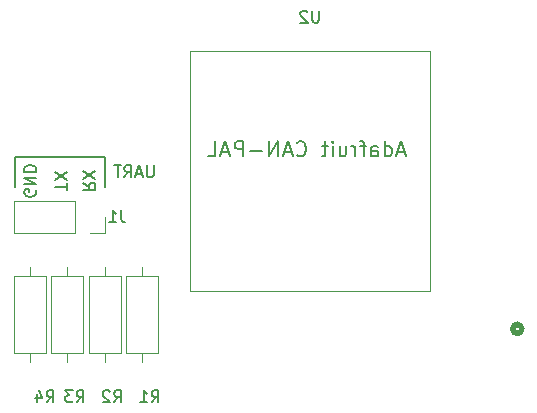
<source format=gbr>
%TF.GenerationSoftware,KiCad,Pcbnew,6.0.11-2627ca5db0~126~ubuntu22.04.1*%
%TF.CreationDate,2024-03-24T13:08:46-07:00*%
%TF.ProjectId,prototype-knob,70726f74-6f74-4797-9065-2d6b6e6f622e,rev?*%
%TF.SameCoordinates,Original*%
%TF.FileFunction,Legend,Bot*%
%TF.FilePolarity,Positive*%
%FSLAX46Y46*%
G04 Gerber Fmt 4.6, Leading zero omitted, Abs format (unit mm)*
G04 Created by KiCad (PCBNEW 6.0.11-2627ca5db0~126~ubuntu22.04.1) date 2024-03-24 13:08:46*
%MOMM*%
%LPD*%
G01*
G04 APERTURE LIST*
%ADD10C,0.150000*%
%ADD11C,0.120000*%
%ADD12C,0.508000*%
G04 APERTURE END LIST*
D10*
X-34925000Y10795000D02*
X-34925000Y8255000D01*
X-42545000Y10795000D02*
X-34925000Y10795000D01*
X-42545000Y8255000D02*
X-42545000Y10795000D01*
X-9524999Y11218333D02*
X-10129761Y11218333D01*
X-9404047Y10855476D02*
X-9827380Y12125476D01*
X-10250714Y10855476D01*
X-11218333Y10855476D02*
X-11218333Y12125476D01*
X-11218333Y10915952D02*
X-11097380Y10855476D01*
X-10855476Y10855476D01*
X-10734523Y10915952D01*
X-10674047Y10976428D01*
X-10613571Y11097380D01*
X-10613571Y11460238D01*
X-10674047Y11581190D01*
X-10734523Y11641666D01*
X-10855476Y11702142D01*
X-11097380Y11702142D01*
X-11218333Y11641666D01*
X-12367380Y10855476D02*
X-12367380Y11520714D01*
X-12306904Y11641666D01*
X-12185952Y11702142D01*
X-11944047Y11702142D01*
X-11823095Y11641666D01*
X-12367380Y10915952D02*
X-12246428Y10855476D01*
X-11944047Y10855476D01*
X-11823095Y10915952D01*
X-11762619Y11036904D01*
X-11762619Y11157857D01*
X-11823095Y11278809D01*
X-11944047Y11339285D01*
X-12246428Y11339285D01*
X-12367380Y11399761D01*
X-12790714Y11702142D02*
X-13274523Y11702142D01*
X-12972142Y10855476D02*
X-12972142Y11944047D01*
X-13032619Y12065000D01*
X-13153571Y12125476D01*
X-13274523Y12125476D01*
X-13697857Y10855476D02*
X-13697857Y11702142D01*
X-13697857Y11460238D02*
X-13758333Y11581190D01*
X-13818809Y11641666D01*
X-13939761Y11702142D01*
X-14060714Y11702142D01*
X-15028333Y11702142D02*
X-15028333Y10855476D01*
X-14484047Y11702142D02*
X-14484047Y11036904D01*
X-14544523Y10915952D01*
X-14665476Y10855476D01*
X-14846904Y10855476D01*
X-14967857Y10915952D01*
X-15028333Y10976428D01*
X-15633095Y10855476D02*
X-15633095Y11702142D01*
X-15633095Y12125476D02*
X-15572619Y12065000D01*
X-15633095Y12004523D01*
X-15693571Y12065000D01*
X-15633095Y12125476D01*
X-15633095Y12004523D01*
X-16056428Y11702142D02*
X-16540238Y11702142D01*
X-16237857Y12125476D02*
X-16237857Y11036904D01*
X-16298333Y10915952D01*
X-16419285Y10855476D01*
X-16540238Y10855476D01*
X-18656904Y10976428D02*
X-18596428Y10915952D01*
X-18415000Y10855476D01*
X-18294047Y10855476D01*
X-18112619Y10915952D01*
X-17991666Y11036904D01*
X-17931190Y11157857D01*
X-17870714Y11399761D01*
X-17870714Y11581190D01*
X-17931190Y11823095D01*
X-17991666Y11944047D01*
X-18112619Y12065000D01*
X-18294047Y12125476D01*
X-18415000Y12125476D01*
X-18596428Y12065000D01*
X-18656904Y12004523D01*
X-19140714Y11218333D02*
X-19745476Y11218333D01*
X-19019761Y10855476D02*
X-19443095Y12125476D01*
X-19866428Y10855476D01*
X-20289761Y10855476D02*
X-20289761Y12125476D01*
X-21015476Y10855476D01*
X-21015476Y12125476D01*
X-21620238Y11339285D02*
X-22587857Y11339285D01*
X-23192619Y10855476D02*
X-23192619Y12125476D01*
X-23676428Y12125476D01*
X-23797380Y12065000D01*
X-23857857Y12004523D01*
X-23918333Y11883571D01*
X-23918333Y11702142D01*
X-23857857Y11581190D01*
X-23797380Y11520714D01*
X-23676428Y11460238D01*
X-23192619Y11460238D01*
X-24402142Y11218333D02*
X-25006904Y11218333D01*
X-24281190Y10855476D02*
X-24704523Y12125476D01*
X-25127857Y10855476D01*
X-26155952Y10855476D02*
X-25551190Y10855476D01*
X-25551190Y12125476D01*
X-38097380Y8001095D02*
X-38097380Y8572523D01*
X-39097380Y8286809D02*
X-38097380Y8286809D01*
X-38097380Y8810619D02*
X-39097380Y9477285D01*
X-38097380Y9477285D02*
X-39097380Y8810619D01*
X-36727380Y8596333D02*
X-36251190Y8263000D01*
X-36727380Y8024904D02*
X-35727380Y8024904D01*
X-35727380Y8405857D01*
X-35775000Y8501095D01*
X-35822619Y8548714D01*
X-35917857Y8596333D01*
X-36060714Y8596333D01*
X-36155952Y8548714D01*
X-36203571Y8501095D01*
X-36251190Y8405857D01*
X-36251190Y8024904D01*
X-35727380Y8929666D02*
X-36727380Y9596333D01*
X-35727380Y9596333D02*
X-36727380Y8929666D01*
X-40775000Y8001095D02*
X-40727380Y7905857D01*
X-40727380Y7763000D01*
X-40775000Y7620142D01*
X-40870238Y7524904D01*
X-40965476Y7477285D01*
X-41155952Y7429666D01*
X-41298809Y7429666D01*
X-41489285Y7477285D01*
X-41584523Y7524904D01*
X-41679761Y7620142D01*
X-41727380Y7763000D01*
X-41727380Y7858238D01*
X-41679761Y8001095D01*
X-41632142Y8048714D01*
X-41298809Y8048714D01*
X-41298809Y7858238D01*
X-41727380Y8477285D02*
X-40727380Y8477285D01*
X-41727380Y9048714D01*
X-40727380Y9048714D01*
X-41727380Y9524904D02*
X-40727380Y9524904D01*
X-40727380Y9763000D01*
X-40775000Y9905857D01*
X-40870238Y10001095D01*
X-40965476Y10048714D01*
X-41155952Y10096333D01*
X-41298809Y10096333D01*
X-41489285Y10048714D01*
X-41584523Y10001095D01*
X-41679761Y9905857D01*
X-41727380Y9763000D01*
X-41727380Y9524904D01*
X-30789761Y10072619D02*
X-30789761Y9263095D01*
X-30837380Y9167857D01*
X-30885000Y9120238D01*
X-30980238Y9072619D01*
X-31170714Y9072619D01*
X-31265952Y9120238D01*
X-31313571Y9167857D01*
X-31361190Y9263095D01*
X-31361190Y10072619D01*
X-31789761Y9358333D02*
X-32265952Y9358333D01*
X-31694523Y9072619D02*
X-32027857Y10072619D01*
X-32361190Y9072619D01*
X-33265952Y9072619D02*
X-32932619Y9548809D01*
X-32694523Y9072619D02*
X-32694523Y10072619D01*
X-33075476Y10072619D01*
X-33170714Y10025000D01*
X-33218333Y9977380D01*
X-33265952Y9882142D01*
X-33265952Y9739285D01*
X-33218333Y9644047D01*
X-33170714Y9596428D01*
X-33075476Y9548809D01*
X-32694523Y9548809D01*
X-33551666Y10072619D02*
X-34123095Y10072619D01*
X-33837380Y9072619D02*
X-33837380Y10072619D01*
%TO.C,U2*%
X-16778095Y23167619D02*
X-16778095Y22358095D01*
X-16825714Y22262857D01*
X-16873333Y22215238D01*
X-16968571Y22167619D01*
X-17159047Y22167619D01*
X-17254285Y22215238D01*
X-17301904Y22262857D01*
X-17349523Y22358095D01*
X-17349523Y23167619D01*
X-17778095Y23072380D02*
X-17825714Y23120000D01*
X-17920952Y23167619D01*
X-18159047Y23167619D01*
X-18254285Y23120000D01*
X-18301904Y23072380D01*
X-18349523Y22977142D01*
X-18349523Y22881904D01*
X-18301904Y22739047D01*
X-17730476Y22167619D01*
X-18349523Y22167619D01*
%TO.C,R4*%
X-39838333Y-9977380D02*
X-39505000Y-9501190D01*
X-39266904Y-9977380D02*
X-39266904Y-8977380D01*
X-39647857Y-8977380D01*
X-39743095Y-9025000D01*
X-39790714Y-9072619D01*
X-39838333Y-9167857D01*
X-39838333Y-9310714D01*
X-39790714Y-9405952D01*
X-39743095Y-9453571D01*
X-39647857Y-9501190D01*
X-39266904Y-9501190D01*
X-40695476Y-9310714D02*
X-40695476Y-9977380D01*
X-40457380Y-8929761D02*
X-40219285Y-9644047D01*
X-40838333Y-9644047D01*
%TO.C,R3*%
X-37298333Y-9977380D02*
X-36965000Y-9501190D01*
X-36726904Y-9977380D02*
X-36726904Y-8977380D01*
X-37107857Y-8977380D01*
X-37203095Y-9025000D01*
X-37250714Y-9072619D01*
X-37298333Y-9167857D01*
X-37298333Y-9310714D01*
X-37250714Y-9405952D01*
X-37203095Y-9453571D01*
X-37107857Y-9501190D01*
X-36726904Y-9501190D01*
X-37631666Y-8977380D02*
X-38250714Y-8977380D01*
X-37917380Y-9358333D01*
X-38060238Y-9358333D01*
X-38155476Y-9405952D01*
X-38203095Y-9453571D01*
X-38250714Y-9548809D01*
X-38250714Y-9786904D01*
X-38203095Y-9882142D01*
X-38155476Y-9929761D01*
X-38060238Y-9977380D01*
X-37774523Y-9977380D01*
X-37679285Y-9929761D01*
X-37631666Y-9882142D01*
%TO.C,R2*%
X-34123333Y-9977380D02*
X-33790000Y-9501190D01*
X-33551904Y-9977380D02*
X-33551904Y-8977380D01*
X-33932857Y-8977380D01*
X-34028095Y-9025000D01*
X-34075714Y-9072619D01*
X-34123333Y-9167857D01*
X-34123333Y-9310714D01*
X-34075714Y-9405952D01*
X-34028095Y-9453571D01*
X-33932857Y-9501190D01*
X-33551904Y-9501190D01*
X-34504285Y-9072619D02*
X-34551904Y-9025000D01*
X-34647142Y-8977380D01*
X-34885238Y-8977380D01*
X-34980476Y-9025000D01*
X-35028095Y-9072619D01*
X-35075714Y-9167857D01*
X-35075714Y-9263095D01*
X-35028095Y-9405952D01*
X-34456666Y-9977380D01*
X-35075714Y-9977380D01*
%TO.C,R1*%
X-30948333Y-9977380D02*
X-30615000Y-9501190D01*
X-30376904Y-9977380D02*
X-30376904Y-8977380D01*
X-30757857Y-8977380D01*
X-30853095Y-9025000D01*
X-30900714Y-9072619D01*
X-30948333Y-9167857D01*
X-30948333Y-9310714D01*
X-30900714Y-9405952D01*
X-30853095Y-9453571D01*
X-30757857Y-9501190D01*
X-30376904Y-9501190D01*
X-31900714Y-9977380D02*
X-31329285Y-9977380D01*
X-31615000Y-9977380D02*
X-31615000Y-8977380D01*
X-31519761Y-9120238D01*
X-31424523Y-9215476D01*
X-31329285Y-9263095D01*
%TO.C,J1*%
X-33546666Y6262619D02*
X-33546666Y5548333D01*
X-33499047Y5405476D01*
X-33403809Y5310238D01*
X-33260952Y5262619D01*
X-33165714Y5262619D01*
X-34546666Y5262619D02*
X-33975238Y5262619D01*
X-34260952Y5262619D02*
X-34260952Y6262619D01*
X-34165714Y6119761D01*
X-34070476Y6024523D01*
X-33975238Y5976904D01*
D11*
%TO.C,U2*%
X-27700000Y-540000D02*
X-7380000Y-540000D01*
X-7380000Y19780000D02*
X-27700000Y19780000D01*
X-7380000Y-540000D02*
X-7380000Y19780000D01*
X-27700000Y19780000D02*
X-27700000Y-540000D01*
D12*
%TO.C,U1*%
X381000Y-3763000D02*
G75*
G03*
X381000Y-3763000I-381000J0D01*
G01*
D11*
%TO.C,R4*%
X-39905000Y730000D02*
X-39905000Y-5810000D01*
X-42645000Y-5810000D02*
X-42645000Y730000D01*
X-42645000Y730000D02*
X-39905000Y730000D01*
X-39905000Y-5810000D02*
X-42645000Y-5810000D01*
X-41275000Y-6580000D02*
X-41275000Y-5810000D01*
X-41275000Y1500000D02*
X-41275000Y730000D01*
%TO.C,R3*%
X-36730000Y730000D02*
X-36730000Y-5810000D01*
X-39470000Y-5810000D02*
X-39470000Y730000D01*
X-39470000Y730000D02*
X-36730000Y730000D01*
X-36730000Y-5810000D02*
X-39470000Y-5810000D01*
X-38100000Y-6580000D02*
X-38100000Y-5810000D01*
X-38100000Y1500000D02*
X-38100000Y730000D01*
%TO.C,R2*%
X-33555000Y730000D02*
X-33555000Y-5810000D01*
X-36295000Y-5810000D02*
X-36295000Y730000D01*
X-36295000Y730000D02*
X-33555000Y730000D01*
X-33555000Y-5810000D02*
X-36295000Y-5810000D01*
X-34925000Y-6580000D02*
X-34925000Y-5810000D01*
X-34925000Y1500000D02*
X-34925000Y730000D01*
%TO.C,R1*%
X-30380000Y730000D02*
X-30380000Y-5810000D01*
X-33120000Y-5810000D02*
X-33120000Y730000D01*
X-33120000Y730000D02*
X-30380000Y730000D01*
X-30380000Y-5810000D02*
X-33120000Y-5810000D01*
X-31750000Y-6580000D02*
X-31750000Y-5810000D01*
X-31750000Y1500000D02*
X-31750000Y730000D01*
%TO.C,J1*%
X-42620000Y4385000D02*
X-42620000Y7045000D01*
X-37480000Y4385000D02*
X-42620000Y4385000D01*
X-36210000Y4385000D02*
X-34880000Y4385000D01*
X-37480000Y7045000D02*
X-42620000Y7045000D01*
X-34880000Y4385000D02*
X-34880000Y5715000D01*
X-37480000Y4385000D02*
X-37480000Y7045000D01*
%TD*%
M02*

</source>
